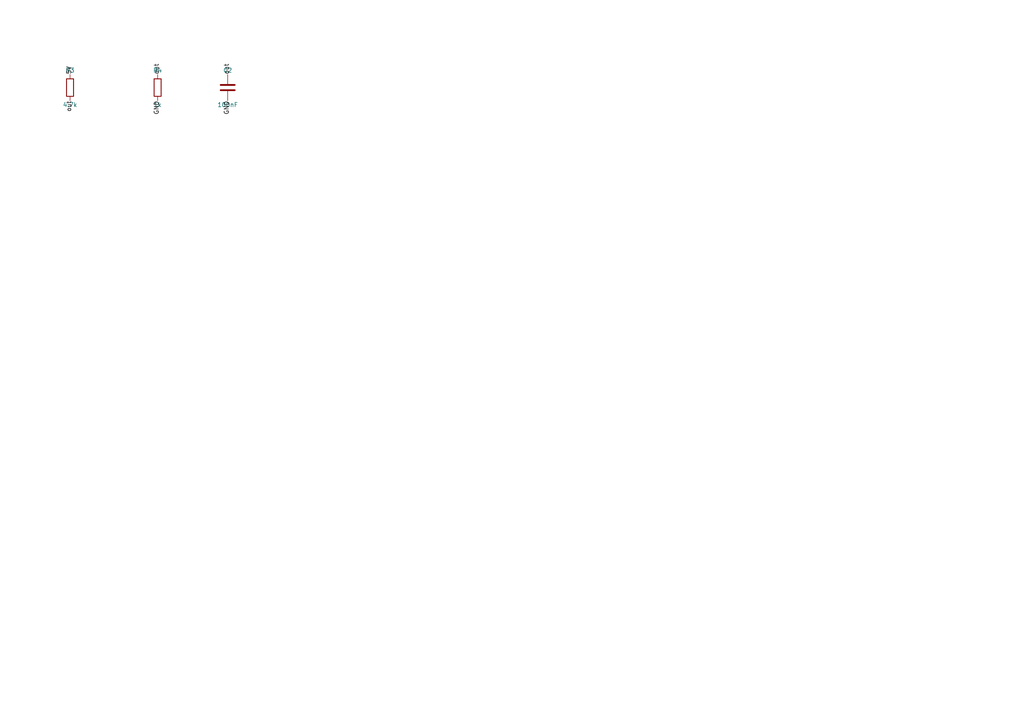
<source format=kicad_sch>
(kicad_sch (version 20250114) (generator kicad_api) (generator_version 9.0)
  (paper A4)
  (paper A4)
  (lib_symbols
    (symbol Device:C (pin_numbers hide) (pin_names (offset 0.254))
      (property "Reference" "C" (at 0.0 0.0 0))
      (property "Value" "C" (at 0.0 0.0 0))
      (symbol C_0_1
        (polyline (pts (xy -2.032 0.762) (xy 2.032 0.762)) (stroke (width 0.508)))
        (polyline (pts (xy -2.032 -0.762) (xy 2.032 -0.762)) (stroke (width 0.508)))
      )
      (symbol C_1_1
        (pin passive line (at 0.0 3.81 270) (length 2.794) (name ~) (number "1"))
        (pin passive line (at 0.0 -3.81 90) (length 2.794) (name ~) (number "2"))
      )
    )
    (symbol Device:R (pin_numbers hide) (pin_names (offset 0.254))
      (property "Reference" "R" (at 0.0 0.0 0))
      (property "Value" "R" (at 0.0 0.0 0))
      (symbol R_0_1
        (rectangle (start -1.016 -2.54) (end 1.016 2.54) (stroke (width 0.254)))
      )
      (symbol R_1_1
        (pin passive line (at 0.0 3.81 270) (length 1.27) (name ~) (number "1"))
        (pin passive line (at 0.0 -3.81 90) (length 1.27) (name ~) (number "2"))
      )
    )
  )
  (title_block (title resistor_divider2) (date 2025-06-12) (company Circuit-Synth))
  (symbol (lib_id Device:R) (at 20.32 25.4 0)
    (property "Reference" "R3" (at 20.32 20.4 0))
    (property "Value" "4.7k" (at 20.32 30.4 0))
    (property "Footprint" "Resistor_SMD:R_0603_1608Metric" (effects (hide yes)))
    (instances (project "python_generated_reference_design" (path "" (reference R3) (unit 1))))
  )
  (symbol (lib_id Device:R) (at 45.72 25.4 0)
    (property "Reference" "R4" (at 45.72 20.4 0))
    (property "Value" "1k" (at 45.72 30.4 0))
    (property "Footprint" "Resistor_SMD:R_0603_1608Metric" (effects (hide yes)))
    (instances (project "python_generated_reference_design" (path "" (reference R4) (unit 1))))
  )
  (symbol (lib_id Device:C) (at 66.04 25.4 0)
    (property "Reference" "C2" (at 66.04 20.4 0))
    (property "Value" "100nF" (at 66.04 30.4 0))
    (property "Footprint" "Capacitor_SMD:C_0603_1608Metric" (effects (hide yes)))
    (instances (project "python_generated_reference_design" (path "" (reference C2) (unit 1))))
  )
  (label 5V (at 20.32 21.59 90))
  (label out (at 20.32 29.209999999999997 270))
  (label out (at 45.72 21.59 90))
  (label out (at 66.04 21.59 90))
  (label GND (at 45.72 29.209999999999997 270))
  (label GND (at 66.04 29.209999999999997 270))
)
</source>
